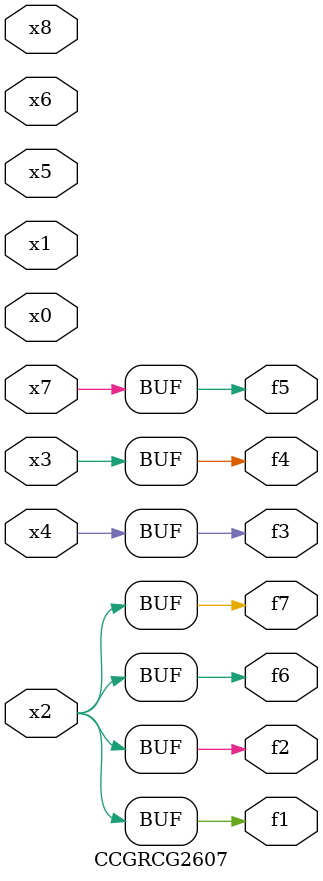
<source format=v>
module CCGRCG2607(
	input x0, x1, x2, x3, x4, x5, x6, x7, x8,
	output f1, f2, f3, f4, f5, f6, f7
);
	assign f1 = x2;
	assign f2 = x2;
	assign f3 = x4;
	assign f4 = x3;
	assign f5 = x7;
	assign f6 = x2;
	assign f7 = x2;
endmodule

</source>
